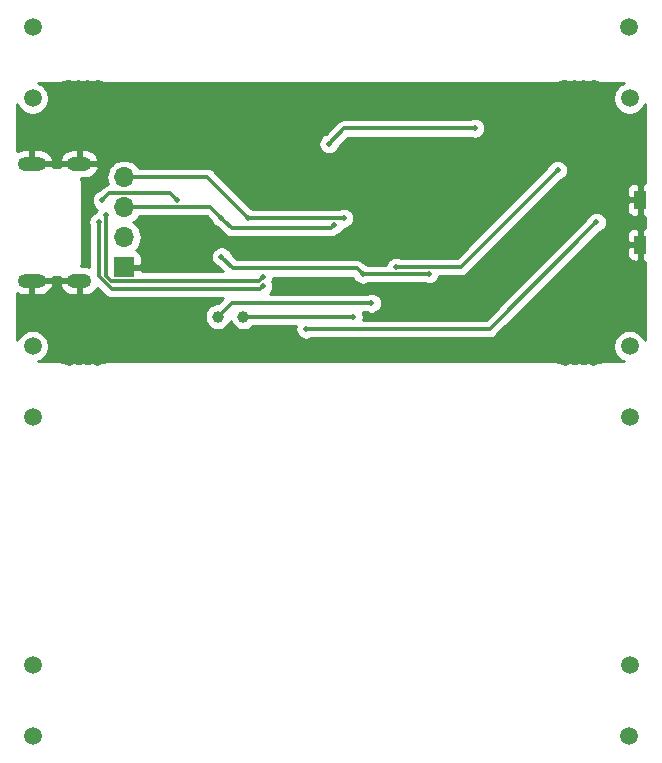
<source format=gbl>
G04 #@! TF.GenerationSoftware,KiCad,Pcbnew,(5.1.4-0-10_14)*
G04 #@! TF.CreationDate,2019-11-04T12:37:15+13:00*
G04 #@! TF.ProjectId,rng-pcb,726e672d-7063-4622-9e6b-696361645f70,rev?*
G04 #@! TF.SameCoordinates,PX7bfa480PY77afa60*
G04 #@! TF.FileFunction,Copper,L2,Bot*
G04 #@! TF.FilePolarity,Positive*
%FSLAX46Y46*%
G04 Gerber Fmt 4.6, Leading zero omitted, Abs format (unit mm)*
G04 Created by KiCad (PCBNEW (5.1.4-0-10_14)) date 2019-11-04 12:37:15*
%MOMM*%
%LPD*%
G04 APERTURE LIST*
%ADD10C,1.500000*%
%ADD11O,2.400000X1.200000*%
%ADD12O,2.100000X1.200000*%
%ADD13R,1.000000X1.600000*%
%ADD14C,1.000000*%
%ADD15O,1.700000X1.700000*%
%ADD16R,1.700000X1.700000*%
%ADD17C,0.508000*%
%ADD18C,0.304800*%
%ADD19C,0.254000*%
G04 APERTURE END LIST*
D10*
X53200000Y6500000D03*
X2700000Y6500000D03*
X53250000Y12500000D03*
X2750000Y12500000D03*
X2700000Y66500000D03*
X53200000Y66500000D03*
X53250000Y39500000D03*
X2700000Y39500000D03*
D11*
X2650000Y54950000D03*
D12*
X6650000Y54950000D03*
D11*
X2650000Y45050000D03*
D12*
X6650000Y45050000D03*
D13*
X54150000Y51900000D03*
X54150000Y48100000D03*
D10*
X53250000Y33500000D03*
X2750000Y33500000D03*
X2700000Y60500000D03*
X53250000Y60500000D03*
D14*
X18400000Y42000000D03*
X20550000Y42000000D03*
D15*
X10450000Y53820000D03*
X10450000Y51280000D03*
X10450000Y48740000D03*
D16*
X10450000Y46200000D03*
D17*
X27800000Y56650000D03*
X40150000Y57950000D03*
X30650000Y45600000D03*
X18700000Y47075000D03*
X36285100Y45641200D03*
X8950000Y50650000D03*
X22200000Y45400000D03*
X8300000Y50000000D03*
X22200000Y44600000D03*
X47150000Y54400000D03*
X33500000Y46200000D03*
X50450000Y50000000D03*
X25850000Y40950000D03*
X15850000Y49100000D03*
X22000000Y57300000D03*
X37625000Y42150000D03*
X29850000Y47400000D03*
X38950000Y51000000D03*
X8600000Y51850000D03*
X14900000Y51900000D03*
X20950000Y50350000D03*
X29050000Y50350000D03*
X18700000Y50350000D03*
X28250000Y49750000D03*
X31400000Y43150000D03*
X29850000Y41958800D03*
D18*
X27800000Y56650000D02*
X29100000Y57950000D01*
X29100000Y57950000D02*
X40150000Y57950000D01*
X30154001Y46095999D02*
X30396001Y45853999D01*
X30396001Y45853999D02*
X30650000Y45600000D01*
X19679001Y46095999D02*
X30154001Y46095999D01*
X18700000Y47075000D02*
X19679001Y46095999D01*
X30650000Y45600000D02*
X36243900Y45600000D01*
X36243900Y45600000D02*
X36285100Y45641200D01*
X9356159Y45045199D02*
X21845199Y45045199D01*
X21946001Y45146001D02*
X22200000Y45400000D01*
X21845199Y45045199D02*
X21946001Y45146001D01*
X8950000Y45451358D02*
X9356159Y45045199D01*
X8950000Y50650000D02*
X8950000Y45451358D01*
X21946001Y44346001D02*
X22200000Y44600000D01*
X9408765Y44346001D02*
X21946001Y44346001D01*
X8300000Y45454766D02*
X9408765Y44346001D01*
X8300000Y50000000D02*
X8300000Y45454766D01*
X47150000Y54400000D02*
X38950000Y46200000D01*
X38950000Y46200000D02*
X33500000Y46200000D01*
X25850000Y40950000D02*
X41400000Y40950000D01*
X50450000Y50000000D02*
X41400000Y40950000D01*
X14365199Y52434801D02*
X14900000Y51900000D01*
X9184801Y52434801D02*
X14365199Y52434801D01*
X8600000Y51850000D02*
X9184801Y52434801D01*
X29050000Y50350000D02*
X20950000Y50350000D01*
X17480000Y53820000D02*
X20950000Y50350000D01*
X10450000Y53820000D02*
X17480000Y53820000D01*
X18953999Y50096001D02*
X18700000Y50350000D01*
X19553999Y49496001D02*
X18953999Y50096001D01*
X27996001Y49496001D02*
X19553999Y49496001D01*
X28250000Y49750000D02*
X27996001Y49496001D01*
X17770000Y51280000D02*
X18700000Y50350000D01*
X10450000Y51280000D02*
X17770000Y51280000D01*
X19550000Y43150000D02*
X18400000Y42000000D01*
X31400000Y43150000D02*
X19550000Y43150000D01*
X20591200Y41958800D02*
X20550000Y42000000D01*
X29850000Y41958800D02*
X20591200Y41958800D01*
D19*
G36*
X50235606Y61948561D02*
G01*
X50295076Y61924049D01*
X50354248Y61898688D01*
X50363718Y61895757D01*
X50550554Y61839348D01*
X50613684Y61826848D01*
X50676623Y61813470D01*
X50686481Y61812434D01*
X50880209Y61793439D01*
X50915123Y61790000D01*
X52745157Y61790000D01*
X52593957Y61727371D01*
X52367114Y61575799D01*
X52174201Y61382886D01*
X52022629Y61156043D01*
X51918225Y60903989D01*
X51865000Y60636411D01*
X51865000Y60363589D01*
X51918225Y60096011D01*
X52022629Y59843957D01*
X52174201Y59617114D01*
X52367114Y59424201D01*
X52593957Y59272629D01*
X52846011Y59168225D01*
X53113589Y59115000D01*
X53386411Y59115000D01*
X53653989Y59168225D01*
X53906043Y59272629D01*
X54132886Y59424201D01*
X54325799Y59617114D01*
X54477371Y59843957D01*
X54540001Y59995159D01*
X54540001Y53336495D01*
X54435750Y53335000D01*
X54277000Y53176250D01*
X54277000Y52027000D01*
X54297000Y52027000D01*
X54297000Y51773000D01*
X54277000Y51773000D01*
X54277000Y50623750D01*
X54435750Y50465000D01*
X54540001Y50463505D01*
X54540000Y49536495D01*
X54435750Y49535000D01*
X54277000Y49376250D01*
X54277000Y48227000D01*
X54297000Y48227000D01*
X54297000Y47973000D01*
X54277000Y47973000D01*
X54277000Y46823750D01*
X54435750Y46665000D01*
X54540000Y46663505D01*
X54540000Y40004843D01*
X54477371Y40156043D01*
X54325799Y40382886D01*
X54132886Y40575799D01*
X53906043Y40727371D01*
X53653989Y40831775D01*
X53386411Y40885000D01*
X53113589Y40885000D01*
X52846011Y40831775D01*
X52593957Y40727371D01*
X52367114Y40575799D01*
X52174201Y40382886D01*
X52022629Y40156043D01*
X51918225Y39903989D01*
X51865000Y39636411D01*
X51865000Y39363589D01*
X51918225Y39096011D01*
X52022629Y38843957D01*
X52174201Y38617114D01*
X52367114Y38424201D01*
X52593957Y38272629D01*
X52745157Y38210000D01*
X50915123Y38210000D01*
X50879738Y38206515D01*
X50866754Y38206515D01*
X50856895Y38205478D01*
X50662945Y38183723D01*
X50600016Y38170347D01*
X50536873Y38157844D01*
X50527403Y38154913D01*
X50341373Y38095900D01*
X50282252Y38070560D01*
X50222733Y38046028D01*
X50214012Y38041313D01*
X50156223Y38009543D01*
X50119205Y38034277D01*
X49958145Y38100990D01*
X49787165Y38135000D01*
X49612835Y38135000D01*
X49441855Y38100990D01*
X49325000Y38052587D01*
X49208145Y38100990D01*
X49037165Y38135000D01*
X48862835Y38135000D01*
X48691855Y38100990D01*
X48575000Y38052587D01*
X48458145Y38100990D01*
X48287165Y38135000D01*
X48112835Y38135000D01*
X47941855Y38100990D01*
X47780795Y38034277D01*
X47743517Y38009369D01*
X47664394Y38051439D01*
X47604924Y38075951D01*
X47545752Y38101312D01*
X47536282Y38104243D01*
X47349446Y38160652D01*
X47286316Y38173152D01*
X47223377Y38186530D01*
X47213518Y38187566D01*
X47019792Y38206561D01*
X46984877Y38210000D01*
X8915123Y38210000D01*
X8879738Y38206515D01*
X8866754Y38206515D01*
X8856895Y38205478D01*
X8662945Y38183723D01*
X8600016Y38170347D01*
X8536873Y38157844D01*
X8527403Y38154913D01*
X8341373Y38095900D01*
X8282252Y38070560D01*
X8222733Y38046028D01*
X8214012Y38041313D01*
X8156223Y38009543D01*
X8119205Y38034277D01*
X7958145Y38100990D01*
X7787165Y38135000D01*
X7612835Y38135000D01*
X7441855Y38100990D01*
X7325000Y38052587D01*
X7208145Y38100990D01*
X7037165Y38135000D01*
X6862835Y38135000D01*
X6691855Y38100990D01*
X6575000Y38052587D01*
X6458145Y38100990D01*
X6287165Y38135000D01*
X6112835Y38135000D01*
X5941855Y38100990D01*
X5780795Y38034277D01*
X5743517Y38009369D01*
X5664394Y38051439D01*
X5604924Y38075951D01*
X5545752Y38101312D01*
X5536282Y38104243D01*
X5349446Y38160652D01*
X5286316Y38173152D01*
X5223377Y38186530D01*
X5213518Y38187566D01*
X5019792Y38206561D01*
X4984877Y38210000D01*
X3204843Y38210000D01*
X3356043Y38272629D01*
X3582886Y38424201D01*
X3775799Y38617114D01*
X3927371Y38843957D01*
X4031775Y39096011D01*
X4085000Y39363589D01*
X4085000Y39636411D01*
X4031775Y39903989D01*
X3927371Y40156043D01*
X3775799Y40382886D01*
X3582886Y40575799D01*
X3356043Y40727371D01*
X3103989Y40831775D01*
X2836411Y40885000D01*
X2563589Y40885000D01*
X2296011Y40831775D01*
X2043957Y40727371D01*
X1817114Y40575799D01*
X1624201Y40382886D01*
X1472629Y40156043D01*
X1410000Y40004843D01*
X1410000Y43991367D01*
X1460054Y43957610D01*
X1684504Y43863507D01*
X1923000Y43815000D01*
X2523000Y43815000D01*
X2523000Y44923000D01*
X2777000Y44923000D01*
X2777000Y43815000D01*
X3377000Y43815000D01*
X3615496Y43863507D01*
X3839946Y43957610D01*
X4041725Y44093693D01*
X4213078Y44266526D01*
X4347421Y44469467D01*
X4439591Y44694718D01*
X4443462Y44732391D01*
X5006538Y44732391D01*
X5010409Y44694718D01*
X5102579Y44469467D01*
X5236922Y44266526D01*
X5408275Y44093693D01*
X5610054Y43957610D01*
X5834504Y43863507D01*
X6073000Y43815000D01*
X6523000Y43815000D01*
X6523000Y44923000D01*
X5131269Y44923000D01*
X5006538Y44732391D01*
X4443462Y44732391D01*
X4318731Y44923000D01*
X2777000Y44923000D01*
X2523000Y44923000D01*
X2503000Y44923000D01*
X2503000Y45177000D01*
X2523000Y45177000D01*
X2523000Y45197000D01*
X2777000Y45197000D01*
X2777000Y45177000D01*
X4318731Y45177000D01*
X4425395Y45340000D01*
X5024605Y45340000D01*
X5131269Y45177000D01*
X6523000Y45177000D01*
X6523000Y45197000D01*
X6777000Y45197000D01*
X6777000Y45177000D01*
X6797000Y45177000D01*
X6797000Y44923000D01*
X6777000Y44923000D01*
X6777000Y43815000D01*
X7227000Y43815000D01*
X7465496Y43863507D01*
X7689946Y43957610D01*
X7891725Y44093693D01*
X8063078Y44266526D01*
X8187195Y44454020D01*
X8824646Y43816568D01*
X8849296Y43786532D01*
X8879332Y43761882D01*
X8879335Y43761879D01*
X8969193Y43688135D01*
X9105982Y43615019D01*
X9254408Y43569995D01*
X9408765Y43554792D01*
X9447438Y43558601D01*
X18845049Y43558601D01*
X18421449Y43135000D01*
X18288212Y43135000D01*
X18068933Y43091383D01*
X17862376Y43005824D01*
X17676480Y42881612D01*
X17518388Y42723520D01*
X17394176Y42537624D01*
X17308617Y42331067D01*
X17265000Y42111788D01*
X17265000Y41888212D01*
X17308617Y41668933D01*
X17394176Y41462376D01*
X17518388Y41276480D01*
X17676480Y41118388D01*
X17862376Y40994176D01*
X18068933Y40908617D01*
X18288212Y40865000D01*
X18511788Y40865000D01*
X18731067Y40908617D01*
X18937624Y40994176D01*
X19123520Y41118388D01*
X19281612Y41276480D01*
X19405824Y41462376D01*
X19475000Y41629381D01*
X19544176Y41462376D01*
X19668388Y41276480D01*
X19826480Y41118388D01*
X20012376Y40994176D01*
X20218933Y40908617D01*
X20438212Y40865000D01*
X20661788Y40865000D01*
X20881067Y40908617D01*
X21087624Y40994176D01*
X21273520Y41118388D01*
X21326532Y41171400D01*
X24987623Y41171400D01*
X24961000Y41037559D01*
X24961000Y40862441D01*
X24995164Y40690688D01*
X25062179Y40528901D01*
X25159469Y40383296D01*
X25283296Y40259469D01*
X25428901Y40162179D01*
X25590688Y40095164D01*
X25762441Y40061000D01*
X25937559Y40061000D01*
X26109312Y40095164D01*
X26271099Y40162179D01*
X26271729Y40162600D01*
X41361337Y40162600D01*
X41400000Y40158792D01*
X41438663Y40162600D01*
X41438673Y40162600D01*
X41554357Y40173994D01*
X41702783Y40219018D01*
X41839572Y40292134D01*
X41959469Y40390531D01*
X41984128Y40420578D01*
X48863551Y47300000D01*
X53011928Y47300000D01*
X53024188Y47175518D01*
X53060498Y47055820D01*
X53119463Y46945506D01*
X53198815Y46848815D01*
X53295506Y46769463D01*
X53405820Y46710498D01*
X53525518Y46674188D01*
X53650000Y46661928D01*
X53864250Y46665000D01*
X54023000Y46823750D01*
X54023000Y47973000D01*
X53173750Y47973000D01*
X53015000Y47814250D01*
X53011928Y47300000D01*
X48863551Y47300000D01*
X50463551Y48900000D01*
X53011928Y48900000D01*
X53015000Y48385750D01*
X53173750Y48227000D01*
X54023000Y48227000D01*
X54023000Y49376250D01*
X53864250Y49535000D01*
X53650000Y49538072D01*
X53525518Y49525812D01*
X53405820Y49489502D01*
X53295506Y49430537D01*
X53198815Y49351185D01*
X53119463Y49254494D01*
X53060498Y49144180D01*
X53024188Y49024482D01*
X53011928Y48900000D01*
X50463551Y48900000D01*
X50708568Y49145016D01*
X50709312Y49145164D01*
X50871099Y49212179D01*
X51016704Y49309469D01*
X51140531Y49433296D01*
X51237821Y49578901D01*
X51304836Y49740688D01*
X51339000Y49912441D01*
X51339000Y50087559D01*
X51304836Y50259312D01*
X51237821Y50421099D01*
X51140531Y50566704D01*
X51016704Y50690531D01*
X50871099Y50787821D01*
X50709312Y50854836D01*
X50537559Y50889000D01*
X50362441Y50889000D01*
X50190688Y50854836D01*
X50028901Y50787821D01*
X49883296Y50690531D01*
X49759469Y50566704D01*
X49662179Y50421099D01*
X49595164Y50259312D01*
X49595016Y50258568D01*
X41073850Y41737400D01*
X30712377Y41737400D01*
X30739000Y41871241D01*
X30739000Y42046359D01*
X30704836Y42218112D01*
X30644987Y42362600D01*
X30978271Y42362600D01*
X30978901Y42362179D01*
X31140688Y42295164D01*
X31312441Y42261000D01*
X31487559Y42261000D01*
X31659312Y42295164D01*
X31821099Y42362179D01*
X31966704Y42459469D01*
X32090531Y42583296D01*
X32187821Y42728901D01*
X32254836Y42890688D01*
X32289000Y43062441D01*
X32289000Y43237559D01*
X32254836Y43409312D01*
X32187821Y43571099D01*
X32090531Y43716704D01*
X31966704Y43840531D01*
X31821099Y43937821D01*
X31659312Y44004836D01*
X31487559Y44039000D01*
X31312441Y44039000D01*
X31140688Y44004836D01*
X30978901Y43937821D01*
X30978271Y43937400D01*
X22794635Y43937400D01*
X22890531Y44033296D01*
X22987821Y44178901D01*
X23054836Y44340688D01*
X23089000Y44512441D01*
X23089000Y44687559D01*
X23054836Y44859312D01*
X22996561Y45000000D01*
X23054836Y45140688D01*
X23088236Y45308599D01*
X29808456Y45308599D01*
X29862179Y45178901D01*
X29959469Y45033296D01*
X30083296Y44909469D01*
X30228901Y44812179D01*
X30390688Y44745164D01*
X30562441Y44711000D01*
X30737559Y44711000D01*
X30909312Y44745164D01*
X31071099Y44812179D01*
X31071729Y44812600D01*
X35962449Y44812600D01*
X36025788Y44786364D01*
X36197541Y44752200D01*
X36372659Y44752200D01*
X36544412Y44786364D01*
X36706199Y44853379D01*
X36851804Y44950669D01*
X36975631Y45074496D01*
X37072921Y45220101D01*
X37139936Y45381888D01*
X37146045Y45412600D01*
X38911337Y45412600D01*
X38950000Y45408792D01*
X38988663Y45412600D01*
X38988673Y45412600D01*
X39104357Y45423994D01*
X39252783Y45469018D01*
X39389572Y45542134D01*
X39509469Y45640531D01*
X39534128Y45670578D01*
X44963551Y51100000D01*
X53011928Y51100000D01*
X53024188Y50975518D01*
X53060498Y50855820D01*
X53119463Y50745506D01*
X53198815Y50648815D01*
X53295506Y50569463D01*
X53405820Y50510498D01*
X53525518Y50474188D01*
X53650000Y50461928D01*
X53864250Y50465000D01*
X54023000Y50623750D01*
X54023000Y51773000D01*
X53173750Y51773000D01*
X53015000Y51614250D01*
X53011928Y51100000D01*
X44963551Y51100000D01*
X46563551Y52700000D01*
X53011928Y52700000D01*
X53015000Y52185750D01*
X53173750Y52027000D01*
X54023000Y52027000D01*
X54023000Y53176250D01*
X53864250Y53335000D01*
X53650000Y53338072D01*
X53525518Y53325812D01*
X53405820Y53289502D01*
X53295506Y53230537D01*
X53198815Y53151185D01*
X53119463Y53054494D01*
X53060498Y52944180D01*
X53024188Y52824482D01*
X53011928Y52700000D01*
X46563551Y52700000D01*
X47408568Y53545016D01*
X47409312Y53545164D01*
X47571099Y53612179D01*
X47716704Y53709469D01*
X47840531Y53833296D01*
X47937821Y53978901D01*
X48004836Y54140688D01*
X48039000Y54312441D01*
X48039000Y54487559D01*
X48004836Y54659312D01*
X47937821Y54821099D01*
X47840531Y54966704D01*
X47716704Y55090531D01*
X47571099Y55187821D01*
X47409312Y55254836D01*
X47237559Y55289000D01*
X47062441Y55289000D01*
X46890688Y55254836D01*
X46728901Y55187821D01*
X46583296Y55090531D01*
X46459469Y54966704D01*
X46362179Y54821099D01*
X46295164Y54659312D01*
X46295016Y54658568D01*
X38623850Y46987400D01*
X33921729Y46987400D01*
X33921099Y46987821D01*
X33759312Y47054836D01*
X33587559Y47089000D01*
X33412441Y47089000D01*
X33240688Y47054836D01*
X33078901Y46987821D01*
X32933296Y46890531D01*
X32809469Y46766704D01*
X32712179Y46621099D01*
X32645164Y46459312D01*
X32630860Y46387400D01*
X31071729Y46387400D01*
X31071099Y46387821D01*
X30909312Y46454836D01*
X30908566Y46454984D01*
X30738128Y46625422D01*
X30713470Y46655468D01*
X30593573Y46753865D01*
X30456784Y46826981D01*
X30308358Y46872005D01*
X30192674Y46883399D01*
X30192664Y46883399D01*
X30154001Y46887207D01*
X30115338Y46883399D01*
X20005153Y46883399D01*
X19554984Y47333566D01*
X19554836Y47334312D01*
X19487821Y47496099D01*
X19390531Y47641704D01*
X19266704Y47765531D01*
X19121099Y47862821D01*
X18959312Y47929836D01*
X18787559Y47964000D01*
X18612441Y47964000D01*
X18440688Y47929836D01*
X18278901Y47862821D01*
X18133296Y47765531D01*
X18009469Y47641704D01*
X17912179Y47496099D01*
X17845164Y47334312D01*
X17811000Y47162559D01*
X17811000Y46987441D01*
X17845164Y46815688D01*
X17912179Y46653901D01*
X18009469Y46508296D01*
X18133296Y46384469D01*
X18278901Y46287179D01*
X18440688Y46220164D01*
X18441434Y46220016D01*
X18828850Y45832599D01*
X11935445Y45832599D01*
X11935000Y45914250D01*
X11776250Y46073000D01*
X10577000Y46073000D01*
X10577000Y46053000D01*
X10323000Y46053000D01*
X10323000Y46073000D01*
X10303000Y46073000D01*
X10303000Y46327000D01*
X10323000Y46327000D01*
X10323000Y46347000D01*
X10577000Y46347000D01*
X10577000Y46327000D01*
X11776250Y46327000D01*
X11935000Y46485750D01*
X11938072Y47050000D01*
X11925812Y47174482D01*
X11889502Y47294180D01*
X11830537Y47404494D01*
X11751185Y47501185D01*
X11654494Y47580537D01*
X11544180Y47639502D01*
X11475313Y47660393D01*
X11505134Y47684866D01*
X11690706Y47910986D01*
X11828599Y48168966D01*
X11913513Y48448889D01*
X11942185Y48740000D01*
X11913513Y49031111D01*
X11828599Y49311034D01*
X11690706Y49569014D01*
X11505134Y49795134D01*
X11279014Y49980706D01*
X11224209Y50010000D01*
X11279014Y50039294D01*
X11505134Y50224866D01*
X11690706Y50450986D01*
X11712949Y50492600D01*
X17443849Y50492600D01*
X17845016Y50091433D01*
X17845164Y50090688D01*
X17912179Y49928901D01*
X18009469Y49783296D01*
X18133296Y49659469D01*
X18278901Y49562179D01*
X18440688Y49495164D01*
X18441434Y49495016D01*
X18969880Y48966569D01*
X18994530Y48936532D01*
X19024566Y48911882D01*
X19024568Y48911880D01*
X19039044Y48900000D01*
X19114427Y48838135D01*
X19251216Y48765019D01*
X19399642Y48719995D01*
X19515326Y48708601D01*
X19515335Y48708601D01*
X19553998Y48704793D01*
X19592661Y48708601D01*
X27957338Y48708601D01*
X27996001Y48704793D01*
X28034664Y48708601D01*
X28034674Y48708601D01*
X28150358Y48719995D01*
X28298784Y48765019D01*
X28435573Y48838135D01*
X28503704Y48894048D01*
X28509312Y48895164D01*
X28671099Y48962179D01*
X28816704Y49059469D01*
X28940531Y49183296D01*
X29037821Y49328901D01*
X29092539Y49461000D01*
X29137559Y49461000D01*
X29309312Y49495164D01*
X29471099Y49562179D01*
X29616704Y49659469D01*
X29740531Y49783296D01*
X29837821Y49928901D01*
X29904836Y50090688D01*
X29939000Y50262441D01*
X29939000Y50437559D01*
X29904836Y50609312D01*
X29837821Y50771099D01*
X29740531Y50916704D01*
X29616704Y51040531D01*
X29471099Y51137821D01*
X29309312Y51204836D01*
X29137559Y51239000D01*
X28962441Y51239000D01*
X28790688Y51204836D01*
X28628901Y51137821D01*
X28628271Y51137400D01*
X21371729Y51137400D01*
X21371099Y51137821D01*
X21209312Y51204836D01*
X21208567Y51204984D01*
X18064128Y54349422D01*
X18039469Y54379469D01*
X17919572Y54477866D01*
X17782783Y54550982D01*
X17634357Y54596006D01*
X17518673Y54607400D01*
X17518663Y54607400D01*
X17480000Y54611208D01*
X17441337Y54607400D01*
X11712949Y54607400D01*
X11690706Y54649014D01*
X11505134Y54875134D01*
X11279014Y55060706D01*
X11021034Y55198599D01*
X10741111Y55283513D01*
X10522950Y55305000D01*
X10377050Y55305000D01*
X10158889Y55283513D01*
X9878966Y55198599D01*
X9620986Y55060706D01*
X9394866Y54875134D01*
X9209294Y54649014D01*
X9071401Y54391034D01*
X8986487Y54111111D01*
X8957815Y53820000D01*
X8986487Y53528889D01*
X9071401Y53248966D01*
X9088729Y53216548D01*
X9030444Y53210807D01*
X8882018Y53165783D01*
X8745229Y53092667D01*
X8655371Y53018923D01*
X8655368Y53018920D01*
X8625332Y52994270D01*
X8600682Y52964233D01*
X8341433Y52704984D01*
X8340688Y52704836D01*
X8178901Y52637821D01*
X8033296Y52540531D01*
X7909469Y52416704D01*
X7812179Y52271099D01*
X7745164Y52109312D01*
X7711000Y51937559D01*
X7711000Y51762441D01*
X7745164Y51590688D01*
X7812179Y51428901D01*
X7909469Y51283296D01*
X8033296Y51159469D01*
X8163220Y51072657D01*
X8162179Y51071099D01*
X8095164Y50909312D01*
X8086126Y50863874D01*
X8040688Y50854836D01*
X7878901Y50787821D01*
X7733296Y50690531D01*
X7609469Y50566704D01*
X7512179Y50421099D01*
X7445164Y50259312D01*
X7411000Y50087559D01*
X7411000Y49912441D01*
X7445164Y49740688D01*
X7512179Y49578901D01*
X7512600Y49578271D01*
X7512601Y46216744D01*
X7465496Y46236493D01*
X7227000Y46285000D01*
X6796918Y46285000D01*
X6816403Y46330463D01*
X6819334Y46339933D01*
X6864461Y46489402D01*
X6876955Y46552503D01*
X6890339Y46615469D01*
X6891375Y46625328D01*
X6906611Y46780715D01*
X6910000Y46815123D01*
X6910000Y53184877D01*
X6907025Y53215083D01*
X6907059Y53219938D01*
X6906091Y53229804D01*
X6889770Y53385080D01*
X6876834Y53448097D01*
X6864774Y53511322D01*
X6861908Y53520812D01*
X6861907Y53520817D01*
X6861905Y53520822D01*
X6815739Y53669962D01*
X6796807Y53715000D01*
X7227000Y53715000D01*
X7465496Y53763507D01*
X7689946Y53857610D01*
X7891725Y53993693D01*
X8063078Y54166526D01*
X8197421Y54369467D01*
X8289591Y54594718D01*
X8293462Y54632391D01*
X8168731Y54823000D01*
X6777000Y54823000D01*
X6777000Y54803000D01*
X6523000Y54803000D01*
X6523000Y54823000D01*
X5131269Y54823000D01*
X5024605Y54660000D01*
X4425395Y54660000D01*
X4318731Y54823000D01*
X2777000Y54823000D01*
X2777000Y54803000D01*
X2523000Y54803000D01*
X2523000Y54823000D01*
X2503000Y54823000D01*
X2503000Y55077000D01*
X2523000Y55077000D01*
X2523000Y56185000D01*
X2777000Y56185000D01*
X2777000Y55077000D01*
X4318731Y55077000D01*
X4443462Y55267609D01*
X5006538Y55267609D01*
X5131269Y55077000D01*
X6523000Y55077000D01*
X6523000Y56185000D01*
X6777000Y56185000D01*
X6777000Y55077000D01*
X8168731Y55077000D01*
X8293462Y55267609D01*
X8289591Y55305282D01*
X8197421Y55530533D01*
X8063078Y55733474D01*
X7891725Y55906307D01*
X7689946Y56042390D01*
X7465496Y56136493D01*
X7227000Y56185000D01*
X6777000Y56185000D01*
X6523000Y56185000D01*
X6073000Y56185000D01*
X5834504Y56136493D01*
X5610054Y56042390D01*
X5408275Y55906307D01*
X5236922Y55733474D01*
X5102579Y55530533D01*
X5010409Y55305282D01*
X5006538Y55267609D01*
X4443462Y55267609D01*
X4439591Y55305282D01*
X4347421Y55530533D01*
X4213078Y55733474D01*
X4041725Y55906307D01*
X3839946Y56042390D01*
X3615496Y56136493D01*
X3377000Y56185000D01*
X2777000Y56185000D01*
X2523000Y56185000D01*
X1923000Y56185000D01*
X1684504Y56136493D01*
X1460054Y56042390D01*
X1410000Y56008633D01*
X1410000Y56737559D01*
X26911000Y56737559D01*
X26911000Y56562441D01*
X26945164Y56390688D01*
X27012179Y56228901D01*
X27109469Y56083296D01*
X27233296Y55959469D01*
X27378901Y55862179D01*
X27540688Y55795164D01*
X27712441Y55761000D01*
X27887559Y55761000D01*
X28059312Y55795164D01*
X28221099Y55862179D01*
X28366704Y55959469D01*
X28490531Y56083296D01*
X28587821Y56228901D01*
X28654836Y56390688D01*
X28654984Y56391434D01*
X29426152Y57162600D01*
X39728271Y57162600D01*
X39728901Y57162179D01*
X39890688Y57095164D01*
X40062441Y57061000D01*
X40237559Y57061000D01*
X40409312Y57095164D01*
X40571099Y57162179D01*
X40716704Y57259469D01*
X40840531Y57383296D01*
X40937821Y57528901D01*
X41004836Y57690688D01*
X41039000Y57862441D01*
X41039000Y58037559D01*
X41004836Y58209312D01*
X40937821Y58371099D01*
X40840531Y58516704D01*
X40716704Y58640531D01*
X40571099Y58737821D01*
X40409312Y58804836D01*
X40237559Y58839000D01*
X40062441Y58839000D01*
X39890688Y58804836D01*
X39728901Y58737821D01*
X39728271Y58737400D01*
X29138665Y58737400D01*
X29100000Y58741208D01*
X29061335Y58737400D01*
X29061327Y58737400D01*
X28945643Y58726006D01*
X28797217Y58680982D01*
X28660428Y58607866D01*
X28570570Y58534122D01*
X28570567Y58534119D01*
X28540531Y58509469D01*
X28515881Y58479433D01*
X27541434Y57504984D01*
X27540688Y57504836D01*
X27378901Y57437821D01*
X27233296Y57340531D01*
X27109469Y57216704D01*
X27012179Y57071099D01*
X26945164Y56909312D01*
X26911000Y56737559D01*
X1410000Y56737559D01*
X1410000Y59995157D01*
X1472629Y59843957D01*
X1624201Y59617114D01*
X1817114Y59424201D01*
X2043957Y59272629D01*
X2296011Y59168225D01*
X2563589Y59115000D01*
X2836411Y59115000D01*
X3103989Y59168225D01*
X3356043Y59272629D01*
X3582886Y59424201D01*
X3775799Y59617114D01*
X3927371Y59843957D01*
X4031775Y60096011D01*
X4085000Y60363589D01*
X4085000Y60636411D01*
X4031775Y60903989D01*
X3927371Y61156043D01*
X3775799Y61382886D01*
X3582886Y61575799D01*
X3356043Y61727371D01*
X3204843Y61790000D01*
X4984877Y61790000D01*
X5020262Y61793485D01*
X5033246Y61793485D01*
X5043105Y61794522D01*
X5237055Y61816277D01*
X5299984Y61829653D01*
X5363127Y61842156D01*
X5372597Y61845087D01*
X5558627Y61904101D01*
X5617690Y61929416D01*
X5677268Y61953972D01*
X5685988Y61958688D01*
X5743777Y61990458D01*
X5780795Y61965723D01*
X5941855Y61899010D01*
X6112835Y61865000D01*
X6287165Y61865000D01*
X6458145Y61899010D01*
X6575000Y61947413D01*
X6691855Y61899010D01*
X6862835Y61865000D01*
X7037165Y61865000D01*
X7208145Y61899010D01*
X7325000Y61947413D01*
X7441855Y61899010D01*
X7612835Y61865000D01*
X7787165Y61865000D01*
X7958145Y61899010D01*
X8119205Y61965723D01*
X8156483Y61990631D01*
X8235606Y61948561D01*
X8295076Y61924049D01*
X8354248Y61898688D01*
X8363718Y61895757D01*
X8550554Y61839348D01*
X8613684Y61826848D01*
X8676623Y61813470D01*
X8686481Y61812434D01*
X8880209Y61793439D01*
X8915123Y61790000D01*
X46984877Y61790000D01*
X47020262Y61793485D01*
X47033246Y61793485D01*
X47043105Y61794522D01*
X47237055Y61816277D01*
X47299984Y61829653D01*
X47363127Y61842156D01*
X47372597Y61845087D01*
X47558627Y61904101D01*
X47617690Y61929416D01*
X47677268Y61953972D01*
X47685988Y61958688D01*
X47743777Y61990458D01*
X47780795Y61965723D01*
X47941855Y61899010D01*
X48112835Y61865000D01*
X48287165Y61865000D01*
X48458145Y61899010D01*
X48575000Y61947413D01*
X48691855Y61899010D01*
X48862835Y61865000D01*
X49037165Y61865000D01*
X49208145Y61899010D01*
X49325000Y61947413D01*
X49441855Y61899010D01*
X49612835Y61865000D01*
X49787165Y61865000D01*
X49958145Y61899010D01*
X50119205Y61965723D01*
X50156483Y61990631D01*
X50235606Y61948561D01*
X50235606Y61948561D01*
G37*
X50235606Y61948561D02*
X50295076Y61924049D01*
X50354248Y61898688D01*
X50363718Y61895757D01*
X50550554Y61839348D01*
X50613684Y61826848D01*
X50676623Y61813470D01*
X50686481Y61812434D01*
X50880209Y61793439D01*
X50915123Y61790000D01*
X52745157Y61790000D01*
X52593957Y61727371D01*
X52367114Y61575799D01*
X52174201Y61382886D01*
X52022629Y61156043D01*
X51918225Y60903989D01*
X51865000Y60636411D01*
X51865000Y60363589D01*
X51918225Y60096011D01*
X52022629Y59843957D01*
X52174201Y59617114D01*
X52367114Y59424201D01*
X52593957Y59272629D01*
X52846011Y59168225D01*
X53113589Y59115000D01*
X53386411Y59115000D01*
X53653989Y59168225D01*
X53906043Y59272629D01*
X54132886Y59424201D01*
X54325799Y59617114D01*
X54477371Y59843957D01*
X54540001Y59995159D01*
X54540001Y53336495D01*
X54435750Y53335000D01*
X54277000Y53176250D01*
X54277000Y52027000D01*
X54297000Y52027000D01*
X54297000Y51773000D01*
X54277000Y51773000D01*
X54277000Y50623750D01*
X54435750Y50465000D01*
X54540001Y50463505D01*
X54540000Y49536495D01*
X54435750Y49535000D01*
X54277000Y49376250D01*
X54277000Y48227000D01*
X54297000Y48227000D01*
X54297000Y47973000D01*
X54277000Y47973000D01*
X54277000Y46823750D01*
X54435750Y46665000D01*
X54540000Y46663505D01*
X54540000Y40004843D01*
X54477371Y40156043D01*
X54325799Y40382886D01*
X54132886Y40575799D01*
X53906043Y40727371D01*
X53653989Y40831775D01*
X53386411Y40885000D01*
X53113589Y40885000D01*
X52846011Y40831775D01*
X52593957Y40727371D01*
X52367114Y40575799D01*
X52174201Y40382886D01*
X52022629Y40156043D01*
X51918225Y39903989D01*
X51865000Y39636411D01*
X51865000Y39363589D01*
X51918225Y39096011D01*
X52022629Y38843957D01*
X52174201Y38617114D01*
X52367114Y38424201D01*
X52593957Y38272629D01*
X52745157Y38210000D01*
X50915123Y38210000D01*
X50879738Y38206515D01*
X50866754Y38206515D01*
X50856895Y38205478D01*
X50662945Y38183723D01*
X50600016Y38170347D01*
X50536873Y38157844D01*
X50527403Y38154913D01*
X50341373Y38095900D01*
X50282252Y38070560D01*
X50222733Y38046028D01*
X50214012Y38041313D01*
X50156223Y38009543D01*
X50119205Y38034277D01*
X49958145Y38100990D01*
X49787165Y38135000D01*
X49612835Y38135000D01*
X49441855Y38100990D01*
X49325000Y38052587D01*
X49208145Y38100990D01*
X49037165Y38135000D01*
X48862835Y38135000D01*
X48691855Y38100990D01*
X48575000Y38052587D01*
X48458145Y38100990D01*
X48287165Y38135000D01*
X48112835Y38135000D01*
X47941855Y38100990D01*
X47780795Y38034277D01*
X47743517Y38009369D01*
X47664394Y38051439D01*
X47604924Y38075951D01*
X47545752Y38101312D01*
X47536282Y38104243D01*
X47349446Y38160652D01*
X47286316Y38173152D01*
X47223377Y38186530D01*
X47213518Y38187566D01*
X47019792Y38206561D01*
X46984877Y38210000D01*
X8915123Y38210000D01*
X8879738Y38206515D01*
X8866754Y38206515D01*
X8856895Y38205478D01*
X8662945Y38183723D01*
X8600016Y38170347D01*
X8536873Y38157844D01*
X8527403Y38154913D01*
X8341373Y38095900D01*
X8282252Y38070560D01*
X8222733Y38046028D01*
X8214012Y38041313D01*
X8156223Y38009543D01*
X8119205Y38034277D01*
X7958145Y38100990D01*
X7787165Y38135000D01*
X7612835Y38135000D01*
X7441855Y38100990D01*
X7325000Y38052587D01*
X7208145Y38100990D01*
X7037165Y38135000D01*
X6862835Y38135000D01*
X6691855Y38100990D01*
X6575000Y38052587D01*
X6458145Y38100990D01*
X6287165Y38135000D01*
X6112835Y38135000D01*
X5941855Y38100990D01*
X5780795Y38034277D01*
X5743517Y38009369D01*
X5664394Y38051439D01*
X5604924Y38075951D01*
X5545752Y38101312D01*
X5536282Y38104243D01*
X5349446Y38160652D01*
X5286316Y38173152D01*
X5223377Y38186530D01*
X5213518Y38187566D01*
X5019792Y38206561D01*
X4984877Y38210000D01*
X3204843Y38210000D01*
X3356043Y38272629D01*
X3582886Y38424201D01*
X3775799Y38617114D01*
X3927371Y38843957D01*
X4031775Y39096011D01*
X4085000Y39363589D01*
X4085000Y39636411D01*
X4031775Y39903989D01*
X3927371Y40156043D01*
X3775799Y40382886D01*
X3582886Y40575799D01*
X3356043Y40727371D01*
X3103989Y40831775D01*
X2836411Y40885000D01*
X2563589Y40885000D01*
X2296011Y40831775D01*
X2043957Y40727371D01*
X1817114Y40575799D01*
X1624201Y40382886D01*
X1472629Y40156043D01*
X1410000Y40004843D01*
X1410000Y43991367D01*
X1460054Y43957610D01*
X1684504Y43863507D01*
X1923000Y43815000D01*
X2523000Y43815000D01*
X2523000Y44923000D01*
X2777000Y44923000D01*
X2777000Y43815000D01*
X3377000Y43815000D01*
X3615496Y43863507D01*
X3839946Y43957610D01*
X4041725Y44093693D01*
X4213078Y44266526D01*
X4347421Y44469467D01*
X4439591Y44694718D01*
X4443462Y44732391D01*
X5006538Y44732391D01*
X5010409Y44694718D01*
X5102579Y44469467D01*
X5236922Y44266526D01*
X5408275Y44093693D01*
X5610054Y43957610D01*
X5834504Y43863507D01*
X6073000Y43815000D01*
X6523000Y43815000D01*
X6523000Y44923000D01*
X5131269Y44923000D01*
X5006538Y44732391D01*
X4443462Y44732391D01*
X4318731Y44923000D01*
X2777000Y44923000D01*
X2523000Y44923000D01*
X2503000Y44923000D01*
X2503000Y45177000D01*
X2523000Y45177000D01*
X2523000Y45197000D01*
X2777000Y45197000D01*
X2777000Y45177000D01*
X4318731Y45177000D01*
X4425395Y45340000D01*
X5024605Y45340000D01*
X5131269Y45177000D01*
X6523000Y45177000D01*
X6523000Y45197000D01*
X6777000Y45197000D01*
X6777000Y45177000D01*
X6797000Y45177000D01*
X6797000Y44923000D01*
X6777000Y44923000D01*
X6777000Y43815000D01*
X7227000Y43815000D01*
X7465496Y43863507D01*
X7689946Y43957610D01*
X7891725Y44093693D01*
X8063078Y44266526D01*
X8187195Y44454020D01*
X8824646Y43816568D01*
X8849296Y43786532D01*
X8879332Y43761882D01*
X8879335Y43761879D01*
X8969193Y43688135D01*
X9105982Y43615019D01*
X9254408Y43569995D01*
X9408765Y43554792D01*
X9447438Y43558601D01*
X18845049Y43558601D01*
X18421449Y43135000D01*
X18288212Y43135000D01*
X18068933Y43091383D01*
X17862376Y43005824D01*
X17676480Y42881612D01*
X17518388Y42723520D01*
X17394176Y42537624D01*
X17308617Y42331067D01*
X17265000Y42111788D01*
X17265000Y41888212D01*
X17308617Y41668933D01*
X17394176Y41462376D01*
X17518388Y41276480D01*
X17676480Y41118388D01*
X17862376Y40994176D01*
X18068933Y40908617D01*
X18288212Y40865000D01*
X18511788Y40865000D01*
X18731067Y40908617D01*
X18937624Y40994176D01*
X19123520Y41118388D01*
X19281612Y41276480D01*
X19405824Y41462376D01*
X19475000Y41629381D01*
X19544176Y41462376D01*
X19668388Y41276480D01*
X19826480Y41118388D01*
X20012376Y40994176D01*
X20218933Y40908617D01*
X20438212Y40865000D01*
X20661788Y40865000D01*
X20881067Y40908617D01*
X21087624Y40994176D01*
X21273520Y41118388D01*
X21326532Y41171400D01*
X24987623Y41171400D01*
X24961000Y41037559D01*
X24961000Y40862441D01*
X24995164Y40690688D01*
X25062179Y40528901D01*
X25159469Y40383296D01*
X25283296Y40259469D01*
X25428901Y40162179D01*
X25590688Y40095164D01*
X25762441Y40061000D01*
X25937559Y40061000D01*
X26109312Y40095164D01*
X26271099Y40162179D01*
X26271729Y40162600D01*
X41361337Y40162600D01*
X41400000Y40158792D01*
X41438663Y40162600D01*
X41438673Y40162600D01*
X41554357Y40173994D01*
X41702783Y40219018D01*
X41839572Y40292134D01*
X41959469Y40390531D01*
X41984128Y40420578D01*
X48863551Y47300000D01*
X53011928Y47300000D01*
X53024188Y47175518D01*
X53060498Y47055820D01*
X53119463Y46945506D01*
X53198815Y46848815D01*
X53295506Y46769463D01*
X53405820Y46710498D01*
X53525518Y46674188D01*
X53650000Y46661928D01*
X53864250Y46665000D01*
X54023000Y46823750D01*
X54023000Y47973000D01*
X53173750Y47973000D01*
X53015000Y47814250D01*
X53011928Y47300000D01*
X48863551Y47300000D01*
X50463551Y48900000D01*
X53011928Y48900000D01*
X53015000Y48385750D01*
X53173750Y48227000D01*
X54023000Y48227000D01*
X54023000Y49376250D01*
X53864250Y49535000D01*
X53650000Y49538072D01*
X53525518Y49525812D01*
X53405820Y49489502D01*
X53295506Y49430537D01*
X53198815Y49351185D01*
X53119463Y49254494D01*
X53060498Y49144180D01*
X53024188Y49024482D01*
X53011928Y48900000D01*
X50463551Y48900000D01*
X50708568Y49145016D01*
X50709312Y49145164D01*
X50871099Y49212179D01*
X51016704Y49309469D01*
X51140531Y49433296D01*
X51237821Y49578901D01*
X51304836Y49740688D01*
X51339000Y49912441D01*
X51339000Y50087559D01*
X51304836Y50259312D01*
X51237821Y50421099D01*
X51140531Y50566704D01*
X51016704Y50690531D01*
X50871099Y50787821D01*
X50709312Y50854836D01*
X50537559Y50889000D01*
X50362441Y50889000D01*
X50190688Y50854836D01*
X50028901Y50787821D01*
X49883296Y50690531D01*
X49759469Y50566704D01*
X49662179Y50421099D01*
X49595164Y50259312D01*
X49595016Y50258568D01*
X41073850Y41737400D01*
X30712377Y41737400D01*
X30739000Y41871241D01*
X30739000Y42046359D01*
X30704836Y42218112D01*
X30644987Y42362600D01*
X30978271Y42362600D01*
X30978901Y42362179D01*
X31140688Y42295164D01*
X31312441Y42261000D01*
X31487559Y42261000D01*
X31659312Y42295164D01*
X31821099Y42362179D01*
X31966704Y42459469D01*
X32090531Y42583296D01*
X32187821Y42728901D01*
X32254836Y42890688D01*
X32289000Y43062441D01*
X32289000Y43237559D01*
X32254836Y43409312D01*
X32187821Y43571099D01*
X32090531Y43716704D01*
X31966704Y43840531D01*
X31821099Y43937821D01*
X31659312Y44004836D01*
X31487559Y44039000D01*
X31312441Y44039000D01*
X31140688Y44004836D01*
X30978901Y43937821D01*
X30978271Y43937400D01*
X22794635Y43937400D01*
X22890531Y44033296D01*
X22987821Y44178901D01*
X23054836Y44340688D01*
X23089000Y44512441D01*
X23089000Y44687559D01*
X23054836Y44859312D01*
X22996561Y45000000D01*
X23054836Y45140688D01*
X23088236Y45308599D01*
X29808456Y45308599D01*
X29862179Y45178901D01*
X29959469Y45033296D01*
X30083296Y44909469D01*
X30228901Y44812179D01*
X30390688Y44745164D01*
X30562441Y44711000D01*
X30737559Y44711000D01*
X30909312Y44745164D01*
X31071099Y44812179D01*
X31071729Y44812600D01*
X35962449Y44812600D01*
X36025788Y44786364D01*
X36197541Y44752200D01*
X36372659Y44752200D01*
X36544412Y44786364D01*
X36706199Y44853379D01*
X36851804Y44950669D01*
X36975631Y45074496D01*
X37072921Y45220101D01*
X37139936Y45381888D01*
X37146045Y45412600D01*
X38911337Y45412600D01*
X38950000Y45408792D01*
X38988663Y45412600D01*
X38988673Y45412600D01*
X39104357Y45423994D01*
X39252783Y45469018D01*
X39389572Y45542134D01*
X39509469Y45640531D01*
X39534128Y45670578D01*
X44963551Y51100000D01*
X53011928Y51100000D01*
X53024188Y50975518D01*
X53060498Y50855820D01*
X53119463Y50745506D01*
X53198815Y50648815D01*
X53295506Y50569463D01*
X53405820Y50510498D01*
X53525518Y50474188D01*
X53650000Y50461928D01*
X53864250Y50465000D01*
X54023000Y50623750D01*
X54023000Y51773000D01*
X53173750Y51773000D01*
X53015000Y51614250D01*
X53011928Y51100000D01*
X44963551Y51100000D01*
X46563551Y52700000D01*
X53011928Y52700000D01*
X53015000Y52185750D01*
X53173750Y52027000D01*
X54023000Y52027000D01*
X54023000Y53176250D01*
X53864250Y53335000D01*
X53650000Y53338072D01*
X53525518Y53325812D01*
X53405820Y53289502D01*
X53295506Y53230537D01*
X53198815Y53151185D01*
X53119463Y53054494D01*
X53060498Y52944180D01*
X53024188Y52824482D01*
X53011928Y52700000D01*
X46563551Y52700000D01*
X47408568Y53545016D01*
X47409312Y53545164D01*
X47571099Y53612179D01*
X47716704Y53709469D01*
X47840531Y53833296D01*
X47937821Y53978901D01*
X48004836Y54140688D01*
X48039000Y54312441D01*
X48039000Y54487559D01*
X48004836Y54659312D01*
X47937821Y54821099D01*
X47840531Y54966704D01*
X47716704Y55090531D01*
X47571099Y55187821D01*
X47409312Y55254836D01*
X47237559Y55289000D01*
X47062441Y55289000D01*
X46890688Y55254836D01*
X46728901Y55187821D01*
X46583296Y55090531D01*
X46459469Y54966704D01*
X46362179Y54821099D01*
X46295164Y54659312D01*
X46295016Y54658568D01*
X38623850Y46987400D01*
X33921729Y46987400D01*
X33921099Y46987821D01*
X33759312Y47054836D01*
X33587559Y47089000D01*
X33412441Y47089000D01*
X33240688Y47054836D01*
X33078901Y46987821D01*
X32933296Y46890531D01*
X32809469Y46766704D01*
X32712179Y46621099D01*
X32645164Y46459312D01*
X32630860Y46387400D01*
X31071729Y46387400D01*
X31071099Y46387821D01*
X30909312Y46454836D01*
X30908566Y46454984D01*
X30738128Y46625422D01*
X30713470Y46655468D01*
X30593573Y46753865D01*
X30456784Y46826981D01*
X30308358Y46872005D01*
X30192674Y46883399D01*
X30192664Y46883399D01*
X30154001Y46887207D01*
X30115338Y46883399D01*
X20005153Y46883399D01*
X19554984Y47333566D01*
X19554836Y47334312D01*
X19487821Y47496099D01*
X19390531Y47641704D01*
X19266704Y47765531D01*
X19121099Y47862821D01*
X18959312Y47929836D01*
X18787559Y47964000D01*
X18612441Y47964000D01*
X18440688Y47929836D01*
X18278901Y47862821D01*
X18133296Y47765531D01*
X18009469Y47641704D01*
X17912179Y47496099D01*
X17845164Y47334312D01*
X17811000Y47162559D01*
X17811000Y46987441D01*
X17845164Y46815688D01*
X17912179Y46653901D01*
X18009469Y46508296D01*
X18133296Y46384469D01*
X18278901Y46287179D01*
X18440688Y46220164D01*
X18441434Y46220016D01*
X18828850Y45832599D01*
X11935445Y45832599D01*
X11935000Y45914250D01*
X11776250Y46073000D01*
X10577000Y46073000D01*
X10577000Y46053000D01*
X10323000Y46053000D01*
X10323000Y46073000D01*
X10303000Y46073000D01*
X10303000Y46327000D01*
X10323000Y46327000D01*
X10323000Y46347000D01*
X10577000Y46347000D01*
X10577000Y46327000D01*
X11776250Y46327000D01*
X11935000Y46485750D01*
X11938072Y47050000D01*
X11925812Y47174482D01*
X11889502Y47294180D01*
X11830537Y47404494D01*
X11751185Y47501185D01*
X11654494Y47580537D01*
X11544180Y47639502D01*
X11475313Y47660393D01*
X11505134Y47684866D01*
X11690706Y47910986D01*
X11828599Y48168966D01*
X11913513Y48448889D01*
X11942185Y48740000D01*
X11913513Y49031111D01*
X11828599Y49311034D01*
X11690706Y49569014D01*
X11505134Y49795134D01*
X11279014Y49980706D01*
X11224209Y50010000D01*
X11279014Y50039294D01*
X11505134Y50224866D01*
X11690706Y50450986D01*
X11712949Y50492600D01*
X17443849Y50492600D01*
X17845016Y50091433D01*
X17845164Y50090688D01*
X17912179Y49928901D01*
X18009469Y49783296D01*
X18133296Y49659469D01*
X18278901Y49562179D01*
X18440688Y49495164D01*
X18441434Y49495016D01*
X18969880Y48966569D01*
X18994530Y48936532D01*
X19024566Y48911882D01*
X19024568Y48911880D01*
X19039044Y48900000D01*
X19114427Y48838135D01*
X19251216Y48765019D01*
X19399642Y48719995D01*
X19515326Y48708601D01*
X19515335Y48708601D01*
X19553998Y48704793D01*
X19592661Y48708601D01*
X27957338Y48708601D01*
X27996001Y48704793D01*
X28034664Y48708601D01*
X28034674Y48708601D01*
X28150358Y48719995D01*
X28298784Y48765019D01*
X28435573Y48838135D01*
X28503704Y48894048D01*
X28509312Y48895164D01*
X28671099Y48962179D01*
X28816704Y49059469D01*
X28940531Y49183296D01*
X29037821Y49328901D01*
X29092539Y49461000D01*
X29137559Y49461000D01*
X29309312Y49495164D01*
X29471099Y49562179D01*
X29616704Y49659469D01*
X29740531Y49783296D01*
X29837821Y49928901D01*
X29904836Y50090688D01*
X29939000Y50262441D01*
X29939000Y50437559D01*
X29904836Y50609312D01*
X29837821Y50771099D01*
X29740531Y50916704D01*
X29616704Y51040531D01*
X29471099Y51137821D01*
X29309312Y51204836D01*
X29137559Y51239000D01*
X28962441Y51239000D01*
X28790688Y51204836D01*
X28628901Y51137821D01*
X28628271Y51137400D01*
X21371729Y51137400D01*
X21371099Y51137821D01*
X21209312Y51204836D01*
X21208567Y51204984D01*
X18064128Y54349422D01*
X18039469Y54379469D01*
X17919572Y54477866D01*
X17782783Y54550982D01*
X17634357Y54596006D01*
X17518673Y54607400D01*
X17518663Y54607400D01*
X17480000Y54611208D01*
X17441337Y54607400D01*
X11712949Y54607400D01*
X11690706Y54649014D01*
X11505134Y54875134D01*
X11279014Y55060706D01*
X11021034Y55198599D01*
X10741111Y55283513D01*
X10522950Y55305000D01*
X10377050Y55305000D01*
X10158889Y55283513D01*
X9878966Y55198599D01*
X9620986Y55060706D01*
X9394866Y54875134D01*
X9209294Y54649014D01*
X9071401Y54391034D01*
X8986487Y54111111D01*
X8957815Y53820000D01*
X8986487Y53528889D01*
X9071401Y53248966D01*
X9088729Y53216548D01*
X9030444Y53210807D01*
X8882018Y53165783D01*
X8745229Y53092667D01*
X8655371Y53018923D01*
X8655368Y53018920D01*
X8625332Y52994270D01*
X8600682Y52964233D01*
X8341433Y52704984D01*
X8340688Y52704836D01*
X8178901Y52637821D01*
X8033296Y52540531D01*
X7909469Y52416704D01*
X7812179Y52271099D01*
X7745164Y52109312D01*
X7711000Y51937559D01*
X7711000Y51762441D01*
X7745164Y51590688D01*
X7812179Y51428901D01*
X7909469Y51283296D01*
X8033296Y51159469D01*
X8163220Y51072657D01*
X8162179Y51071099D01*
X8095164Y50909312D01*
X8086126Y50863874D01*
X8040688Y50854836D01*
X7878901Y50787821D01*
X7733296Y50690531D01*
X7609469Y50566704D01*
X7512179Y50421099D01*
X7445164Y50259312D01*
X7411000Y50087559D01*
X7411000Y49912441D01*
X7445164Y49740688D01*
X7512179Y49578901D01*
X7512600Y49578271D01*
X7512601Y46216744D01*
X7465496Y46236493D01*
X7227000Y46285000D01*
X6796918Y46285000D01*
X6816403Y46330463D01*
X6819334Y46339933D01*
X6864461Y46489402D01*
X6876955Y46552503D01*
X6890339Y46615469D01*
X6891375Y46625328D01*
X6906611Y46780715D01*
X6910000Y46815123D01*
X6910000Y53184877D01*
X6907025Y53215083D01*
X6907059Y53219938D01*
X6906091Y53229804D01*
X6889770Y53385080D01*
X6876834Y53448097D01*
X6864774Y53511322D01*
X6861908Y53520812D01*
X6861907Y53520817D01*
X6861905Y53520822D01*
X6815739Y53669962D01*
X6796807Y53715000D01*
X7227000Y53715000D01*
X7465496Y53763507D01*
X7689946Y53857610D01*
X7891725Y53993693D01*
X8063078Y54166526D01*
X8197421Y54369467D01*
X8289591Y54594718D01*
X8293462Y54632391D01*
X8168731Y54823000D01*
X6777000Y54823000D01*
X6777000Y54803000D01*
X6523000Y54803000D01*
X6523000Y54823000D01*
X5131269Y54823000D01*
X5024605Y54660000D01*
X4425395Y54660000D01*
X4318731Y54823000D01*
X2777000Y54823000D01*
X2777000Y54803000D01*
X2523000Y54803000D01*
X2523000Y54823000D01*
X2503000Y54823000D01*
X2503000Y55077000D01*
X2523000Y55077000D01*
X2523000Y56185000D01*
X2777000Y56185000D01*
X2777000Y55077000D01*
X4318731Y55077000D01*
X4443462Y55267609D01*
X5006538Y55267609D01*
X5131269Y55077000D01*
X6523000Y55077000D01*
X6523000Y56185000D01*
X6777000Y56185000D01*
X6777000Y55077000D01*
X8168731Y55077000D01*
X8293462Y55267609D01*
X8289591Y55305282D01*
X8197421Y55530533D01*
X8063078Y55733474D01*
X7891725Y55906307D01*
X7689946Y56042390D01*
X7465496Y56136493D01*
X7227000Y56185000D01*
X6777000Y56185000D01*
X6523000Y56185000D01*
X6073000Y56185000D01*
X5834504Y56136493D01*
X5610054Y56042390D01*
X5408275Y55906307D01*
X5236922Y55733474D01*
X5102579Y55530533D01*
X5010409Y55305282D01*
X5006538Y55267609D01*
X4443462Y55267609D01*
X4439591Y55305282D01*
X4347421Y55530533D01*
X4213078Y55733474D01*
X4041725Y55906307D01*
X3839946Y56042390D01*
X3615496Y56136493D01*
X3377000Y56185000D01*
X2777000Y56185000D01*
X2523000Y56185000D01*
X1923000Y56185000D01*
X1684504Y56136493D01*
X1460054Y56042390D01*
X1410000Y56008633D01*
X1410000Y56737559D01*
X26911000Y56737559D01*
X26911000Y56562441D01*
X26945164Y56390688D01*
X27012179Y56228901D01*
X27109469Y56083296D01*
X27233296Y55959469D01*
X27378901Y55862179D01*
X27540688Y55795164D01*
X27712441Y55761000D01*
X27887559Y55761000D01*
X28059312Y55795164D01*
X28221099Y55862179D01*
X28366704Y55959469D01*
X28490531Y56083296D01*
X28587821Y56228901D01*
X28654836Y56390688D01*
X28654984Y56391434D01*
X29426152Y57162600D01*
X39728271Y57162600D01*
X39728901Y57162179D01*
X39890688Y57095164D01*
X40062441Y57061000D01*
X40237559Y57061000D01*
X40409312Y57095164D01*
X40571099Y57162179D01*
X40716704Y57259469D01*
X40840531Y57383296D01*
X40937821Y57528901D01*
X41004836Y57690688D01*
X41039000Y57862441D01*
X41039000Y58037559D01*
X41004836Y58209312D01*
X40937821Y58371099D01*
X40840531Y58516704D01*
X40716704Y58640531D01*
X40571099Y58737821D01*
X40409312Y58804836D01*
X40237559Y58839000D01*
X40062441Y58839000D01*
X39890688Y58804836D01*
X39728901Y58737821D01*
X39728271Y58737400D01*
X29138665Y58737400D01*
X29100000Y58741208D01*
X29061335Y58737400D01*
X29061327Y58737400D01*
X28945643Y58726006D01*
X28797217Y58680982D01*
X28660428Y58607866D01*
X28570570Y58534122D01*
X28570567Y58534119D01*
X28540531Y58509469D01*
X28515881Y58479433D01*
X27541434Y57504984D01*
X27540688Y57504836D01*
X27378901Y57437821D01*
X27233296Y57340531D01*
X27109469Y57216704D01*
X27012179Y57071099D01*
X26945164Y56909312D01*
X26911000Y56737559D01*
X1410000Y56737559D01*
X1410000Y59995157D01*
X1472629Y59843957D01*
X1624201Y59617114D01*
X1817114Y59424201D01*
X2043957Y59272629D01*
X2296011Y59168225D01*
X2563589Y59115000D01*
X2836411Y59115000D01*
X3103989Y59168225D01*
X3356043Y59272629D01*
X3582886Y59424201D01*
X3775799Y59617114D01*
X3927371Y59843957D01*
X4031775Y60096011D01*
X4085000Y60363589D01*
X4085000Y60636411D01*
X4031775Y60903989D01*
X3927371Y61156043D01*
X3775799Y61382886D01*
X3582886Y61575799D01*
X3356043Y61727371D01*
X3204843Y61790000D01*
X4984877Y61790000D01*
X5020262Y61793485D01*
X5033246Y61793485D01*
X5043105Y61794522D01*
X5237055Y61816277D01*
X5299984Y61829653D01*
X5363127Y61842156D01*
X5372597Y61845087D01*
X5558627Y61904101D01*
X5617690Y61929416D01*
X5677268Y61953972D01*
X5685988Y61958688D01*
X5743777Y61990458D01*
X5780795Y61965723D01*
X5941855Y61899010D01*
X6112835Y61865000D01*
X6287165Y61865000D01*
X6458145Y61899010D01*
X6575000Y61947413D01*
X6691855Y61899010D01*
X6862835Y61865000D01*
X7037165Y61865000D01*
X7208145Y61899010D01*
X7325000Y61947413D01*
X7441855Y61899010D01*
X7612835Y61865000D01*
X7787165Y61865000D01*
X7958145Y61899010D01*
X8119205Y61965723D01*
X8156483Y61990631D01*
X8235606Y61948561D01*
X8295076Y61924049D01*
X8354248Y61898688D01*
X8363718Y61895757D01*
X8550554Y61839348D01*
X8613684Y61826848D01*
X8676623Y61813470D01*
X8686481Y61812434D01*
X8880209Y61793439D01*
X8915123Y61790000D01*
X46984877Y61790000D01*
X47020262Y61793485D01*
X47033246Y61793485D01*
X47043105Y61794522D01*
X47237055Y61816277D01*
X47299984Y61829653D01*
X47363127Y61842156D01*
X47372597Y61845087D01*
X47558627Y61904101D01*
X47617690Y61929416D01*
X47677268Y61953972D01*
X47685988Y61958688D01*
X47743777Y61990458D01*
X47780795Y61965723D01*
X47941855Y61899010D01*
X48112835Y61865000D01*
X48287165Y61865000D01*
X48458145Y61899010D01*
X48575000Y61947413D01*
X48691855Y61899010D01*
X48862835Y61865000D01*
X49037165Y61865000D01*
X49208145Y61899010D01*
X49325000Y61947413D01*
X49441855Y61899010D01*
X49612835Y61865000D01*
X49787165Y61865000D01*
X49958145Y61899010D01*
X50119205Y61965723D01*
X50156483Y61990631D01*
X50235606Y61948561D01*
M02*

</source>
